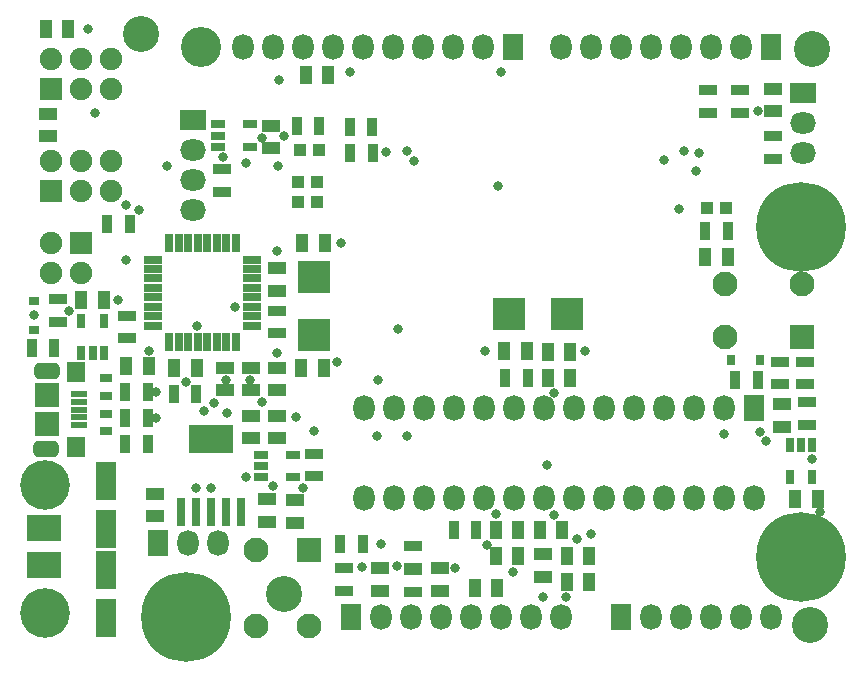
<source format=gts>
G04*
G04 #@! TF.GenerationSoftware,Altium Limited,Altium Designer,20.1.10 (176)*
G04*
G04 Layer_Color=8388736*
%FSLAX44Y44*%
%MOMM*%
G71*
G04*
G04 #@! TF.SameCoordinates,B75F8173-0FE2-46D9-B41C-7FCB152435E8*
G04*
G04*
G04 #@! TF.FilePolarity,Negative*
G04*
G01*
G75*
%ADD36R,0.8858X0.7588*%
%ADD37R,0.7588X0.8858*%
%ADD38R,1.5000X0.9000*%
%ADD39R,0.9000X1.5000*%
%ADD40R,1.5000X1.1000*%
%ADD41R,1.1000X1.5000*%
%ADD42R,0.8000X2.4000*%
%ADD43R,3.7000X2.4000*%
%ADD44R,2.7000X2.8000*%
%ADD45R,2.8000X2.7000*%
%ADD46R,1.2000X0.7500*%
%ADD47R,0.7500X1.2000*%
%ADD48R,1.8000X3.2000*%
%ADD49C,3.0480*%
%ADD50R,2.9000X2.2000*%
%ADD51R,1.0000X1.0000*%
%ADD52R,1.4500X0.5000*%
%ADD53R,2.1000X2.1000*%
%ADD54R,1.6000X1.8000*%
%ADD55R,1.6200X0.6700*%
%ADD56R,0.6700X1.6200*%
%ADD57R,1.1000X0.8000*%
%ADD58C,3.4000*%
%ADD59C,4.2000*%
%ADD60O,1.8000X2.2000*%
%ADD61R,1.8000X2.2000*%
%ADD62C,7.6000*%
%ADD63C,1.9000*%
%ADD64R,1.9000X1.9000*%
%ADD65O,2.2000X1.8000*%
%ADD66R,2.2000X1.8000*%
%ADD67C,2.1000*%
%ADD68R,2.1000X2.1000*%
G04:AMPARAMS|DCode=69|XSize=2.2mm|YSize=1.4mm|CornerRadius=0.46mm|HoleSize=0mm|Usage=FLASHONLY|Rotation=0.000|XOffset=0mm|YOffset=0mm|HoleType=Round|Shape=RoundedRectangle|*
%AMROUNDEDRECTD69*
21,1,2.2000,0.4800,0,0,0.0*
21,1,1.2800,1.4000,0,0,0.0*
1,1,0.9200,0.6400,-0.2400*
1,1,0.9200,-0.6400,-0.2400*
1,1,0.9200,-0.6400,0.2400*
1,1,0.9200,0.6400,0.2400*
%
%ADD69ROUNDEDRECTD69*%
%ADD70C,0.8000*%
D36*
X11250Y268558D02*
D03*
Y292942D02*
D03*
D37*
X601366Y242750D02*
D03*
X625750D02*
D03*
D38*
X170500Y385500D02*
D03*
Y404500D02*
D03*
X90000Y261500D02*
D03*
Y280500D02*
D03*
X217000Y265500D02*
D03*
Y284500D02*
D03*
X609000Y471500D02*
D03*
Y452500D02*
D03*
X582000D02*
D03*
Y471500D02*
D03*
X637000Y432500D02*
D03*
Y413500D02*
D03*
X665500Y207250D02*
D03*
Y188250D02*
D03*
X31250Y275500D02*
D03*
Y294500D02*
D03*
X664000Y222500D02*
D03*
Y241500D02*
D03*
X274000Y66500D02*
D03*
Y47500D02*
D03*
X248250Y163750D02*
D03*
Y144750D02*
D03*
X642750Y222500D02*
D03*
Y241500D02*
D03*
X332000Y85500D02*
D03*
Y66500D02*
D03*
Y46500D02*
D03*
Y65500D02*
D03*
D39*
X297750Y440500D02*
D03*
X278750D02*
D03*
X279000Y418500D02*
D03*
X298000D02*
D03*
X92500Y358000D02*
D03*
X73500D02*
D03*
X107500Y216000D02*
D03*
X88500D02*
D03*
Y194000D02*
D03*
X107500D02*
D03*
Y172000D02*
D03*
X88500D02*
D03*
X385500Y99000D02*
D03*
X366500D02*
D03*
X624250Y225750D02*
D03*
X605250D02*
D03*
X253000Y441000D02*
D03*
X234000D02*
D03*
X410500Y228000D02*
D03*
X429500D02*
D03*
X598500Y352000D02*
D03*
X579500D02*
D03*
X9500Y253250D02*
D03*
X28500D02*
D03*
X289500Y87000D02*
D03*
X270500D02*
D03*
X148500Y214000D02*
D03*
X129500D02*
D03*
D40*
X114000Y129500D02*
D03*
Y110500D02*
D03*
X209000Y125000D02*
D03*
Y106000D02*
D03*
X217000Y236500D02*
D03*
Y217500D02*
D03*
Y320500D02*
D03*
Y301500D02*
D03*
X173000Y217500D02*
D03*
Y236500D02*
D03*
X23000Y451500D02*
D03*
Y432500D02*
D03*
X637000Y453500D02*
D03*
Y472500D02*
D03*
X304000Y66500D02*
D03*
Y47500D02*
D03*
X355000Y66500D02*
D03*
Y47500D02*
D03*
X212000Y441500D02*
D03*
Y422500D02*
D03*
X217250Y195750D02*
D03*
Y176750D02*
D03*
X644250Y186500D02*
D03*
Y205500D02*
D03*
X232000Y124250D02*
D03*
Y105250D02*
D03*
X442000Y59500D02*
D03*
Y78500D02*
D03*
X195000Y217500D02*
D03*
Y236500D02*
D03*
X194750Y176750D02*
D03*
Y195750D02*
D03*
D41*
X462500Y77000D02*
D03*
X481500D02*
D03*
X260500Y484000D02*
D03*
X241500D02*
D03*
X402500Y77000D02*
D03*
X421500D02*
D03*
X598500Y330000D02*
D03*
X579500D02*
D03*
X149000Y236000D02*
D03*
X130000D02*
D03*
X257500Y342000D02*
D03*
X238500D02*
D03*
X256500Y236000D02*
D03*
X237500D02*
D03*
X403500Y50000D02*
D03*
X384500D02*
D03*
X40500Y523000D02*
D03*
X21500D02*
D03*
X446500Y228000D02*
D03*
X465500D02*
D03*
X402500Y99000D02*
D03*
X421500D02*
D03*
X458500D02*
D03*
X439500D02*
D03*
X409500Y251000D02*
D03*
X428500D02*
D03*
X465500Y250000D02*
D03*
X446500D02*
D03*
X674750Y125500D02*
D03*
X655750D02*
D03*
X70500Y294000D02*
D03*
X51500D02*
D03*
X108500Y238000D02*
D03*
X89500D02*
D03*
X462500Y55000D02*
D03*
X481500D02*
D03*
D42*
X135600Y114000D02*
D03*
X148300D02*
D03*
X161000D02*
D03*
X173700D02*
D03*
X186400D02*
D03*
D43*
X161000Y176000D02*
D03*
D44*
X462500Y282000D02*
D03*
X413500D02*
D03*
D45*
X248000Y264500D02*
D03*
Y313500D02*
D03*
D46*
X167500Y442500D02*
D03*
Y433000D02*
D03*
Y423500D02*
D03*
X194500Y442500D02*
D03*
Y423500D02*
D03*
X203500Y162500D02*
D03*
Y153000D02*
D03*
Y143500D02*
D03*
X230500Y162500D02*
D03*
Y143500D02*
D03*
D47*
X51500Y249000D02*
D03*
X61000D02*
D03*
X70500D02*
D03*
X51500Y276000D02*
D03*
X70500D02*
D03*
X670000Y170750D02*
D03*
X660500D02*
D03*
X651000D02*
D03*
X670000Y143750D02*
D03*
X651000D02*
D03*
D48*
X72000Y140500D02*
D03*
Y99500D02*
D03*
Y65500D02*
D03*
Y24500D02*
D03*
D49*
X102000Y519000D02*
D03*
X668000Y19000D02*
D03*
X223000Y45000D02*
D03*
X670000Y506000D02*
D03*
D50*
X20000Y69000D02*
D03*
Y101000D02*
D03*
D51*
X597000Y372000D02*
D03*
X581000D02*
D03*
X252500Y420500D02*
D03*
X236500D02*
D03*
X251000Y394000D02*
D03*
X235000D02*
D03*
X251000Y377000D02*
D03*
X235000D02*
D03*
D52*
X49245Y201000D02*
D03*
Y188000D02*
D03*
Y194500D02*
D03*
Y207500D02*
D03*
Y214000D02*
D03*
D53*
X22495Y213000D02*
D03*
Y189000D02*
D03*
X244500Y82500D02*
D03*
D54*
X46995Y169000D02*
D03*
Y233000D02*
D03*
D55*
X196000Y272000D02*
D03*
Y280000D02*
D03*
Y288000D02*
D03*
Y296000D02*
D03*
Y304000D02*
D03*
Y312000D02*
D03*
Y320000D02*
D03*
Y328000D02*
D03*
X112000D02*
D03*
Y320000D02*
D03*
Y312000D02*
D03*
Y304000D02*
D03*
Y296000D02*
D03*
Y288000D02*
D03*
Y280000D02*
D03*
Y272000D02*
D03*
D56*
X182000Y342000D02*
D03*
X174000D02*
D03*
X166000D02*
D03*
X158000D02*
D03*
X150000D02*
D03*
X142000D02*
D03*
X134000D02*
D03*
X126000D02*
D03*
Y258000D02*
D03*
X134000D02*
D03*
X142000D02*
D03*
X150000D02*
D03*
X158000D02*
D03*
X166000D02*
D03*
X174000D02*
D03*
X182000D02*
D03*
D57*
X72000Y227500D02*
D03*
Y212500D02*
D03*
Y182500D02*
D03*
Y197500D02*
D03*
D58*
X152400Y508000D02*
D03*
D59*
X21000Y29000D02*
D03*
Y137000D02*
D03*
D60*
X187960Y508000D02*
D03*
X213360D02*
D03*
X238760D02*
D03*
X264160D02*
D03*
X289560D02*
D03*
X314960D02*
D03*
X340360D02*
D03*
X365760D02*
D03*
X391160D02*
D03*
X304800Y25400D02*
D03*
X330200D02*
D03*
X355600D02*
D03*
X381000D02*
D03*
X406400D02*
D03*
X431800D02*
D03*
X457200D02*
D03*
X609600Y508000D02*
D03*
X584200D02*
D03*
X558800D02*
D03*
X533400D02*
D03*
X508000D02*
D03*
X482600D02*
D03*
X457200D02*
D03*
X533400Y25400D02*
D03*
X558800D02*
D03*
X584200D02*
D03*
X609600D02*
D03*
X635000D02*
D03*
X141600Y88000D02*
D03*
X167000D02*
D03*
X290450Y125730D02*
D03*
X315850D02*
D03*
X341250D02*
D03*
X366650D02*
D03*
X392050D02*
D03*
X417450D02*
D03*
X442850D02*
D03*
X468250D02*
D03*
X493650D02*
D03*
X519050D02*
D03*
X544450D02*
D03*
X569850D02*
D03*
X595250D02*
D03*
X620650D02*
D03*
X290450Y201930D02*
D03*
X315850D02*
D03*
X341250D02*
D03*
X366650D02*
D03*
X392050D02*
D03*
X417450D02*
D03*
X442850D02*
D03*
X468250D02*
D03*
X493650D02*
D03*
X519050D02*
D03*
X544450D02*
D03*
X569850D02*
D03*
X595250D02*
D03*
D61*
X416560Y508000D02*
D03*
X279400Y25400D02*
D03*
X635000Y508000D02*
D03*
X508000Y25400D02*
D03*
X116200Y88000D02*
D03*
X620650Y201930D02*
D03*
D62*
X139700Y25400D02*
D03*
X660400Y76200D02*
D03*
Y355600D02*
D03*
D63*
X76200Y497840D02*
D03*
X50800D02*
D03*
X25400D02*
D03*
X76200Y472440D02*
D03*
X50800D02*
D03*
X76200Y411480D02*
D03*
X50800D02*
D03*
X25400D02*
D03*
X76200Y386080D02*
D03*
X50800D02*
D03*
X25400Y316600D02*
D03*
X50800D02*
D03*
X25400Y342000D02*
D03*
D64*
Y472440D02*
D03*
Y386080D02*
D03*
X50800Y342000D02*
D03*
D65*
X146000Y369800D02*
D03*
Y395200D02*
D03*
Y420600D02*
D03*
X662000Y443600D02*
D03*
Y418200D02*
D03*
D66*
X146000Y446000D02*
D03*
X662000Y469000D02*
D03*
D67*
X661750Y307500D02*
D03*
X596750Y262500D02*
D03*
Y307500D02*
D03*
X199500Y82500D02*
D03*
X244500Y17500D02*
D03*
X199500D02*
D03*
D68*
X661750Y262500D02*
D03*
D69*
X21495Y168000D02*
D03*
X22495Y234000D02*
D03*
D70*
X155000Y200000D02*
D03*
X149750Y271500D02*
D03*
X163750Y206500D02*
D03*
X89000Y328000D02*
D03*
X181500Y287500D02*
D03*
X309500Y419000D02*
D03*
X326750Y419750D02*
D03*
X11250Y280750D02*
D03*
X161000Y134500D02*
D03*
X404000Y390000D02*
D03*
X407000Y487000D02*
D03*
X302250Y226250D02*
D03*
X319250Y269000D02*
D03*
X191000Y143500D02*
D03*
X670000Y159000D02*
D03*
X676750Y114500D02*
D03*
X446000Y154000D02*
D03*
X368000Y66500D02*
D03*
X318250Y68250D02*
D03*
X289000Y67500D02*
D03*
X124000Y407000D02*
D03*
X279000Y486750D02*
D03*
X218750Y479750D02*
D03*
X194000Y226000D02*
D03*
X173750D02*
D03*
X626000Y182250D02*
D03*
X630750Y174000D02*
D03*
X572000Y403000D02*
D03*
X223250Y432500D02*
D03*
X333000Y411750D02*
D03*
X544750Y412000D02*
D03*
X557500Y371000D02*
D03*
X574500Y418250D02*
D03*
X561750Y419500D02*
D03*
X595500Y180000D02*
D03*
X218000Y407250D02*
D03*
X483000Y96000D02*
D03*
X204000Y431000D02*
D03*
X191000Y410000D02*
D03*
X305000Y87000D02*
D03*
X239000Y135000D02*
D03*
X417250Y63750D02*
D03*
X63000Y452000D02*
D03*
X213500Y136500D02*
D03*
X402250Y112250D02*
D03*
X139750Y224500D02*
D03*
X451750Y215000D02*
D03*
X478000Y250750D02*
D03*
X393250Y251000D02*
D03*
X82250Y294000D02*
D03*
X108500Y250500D02*
D03*
X233250Y194750D02*
D03*
X268000Y241000D02*
D03*
X217000Y248750D02*
D03*
Y335000D02*
D03*
X271000Y342250D02*
D03*
X57446Y523195D02*
D03*
X452000Y111500D02*
D03*
X471363Y91095D02*
D03*
X394500Y86500D02*
D03*
X148250Y134750D02*
D03*
X171750Y414750D02*
D03*
X41000Y284750D02*
D03*
X442000Y42000D02*
D03*
X462000D02*
D03*
X89000Y374000D02*
D03*
X100000Y370000D02*
D03*
X248250Y183250D02*
D03*
X204000Y207000D02*
D03*
X175000Y198000D02*
D03*
X115000Y194000D02*
D03*
Y216000D02*
D03*
X624000Y454000D02*
D03*
X327000Y179000D02*
D03*
X302000D02*
D03*
M02*

</source>
